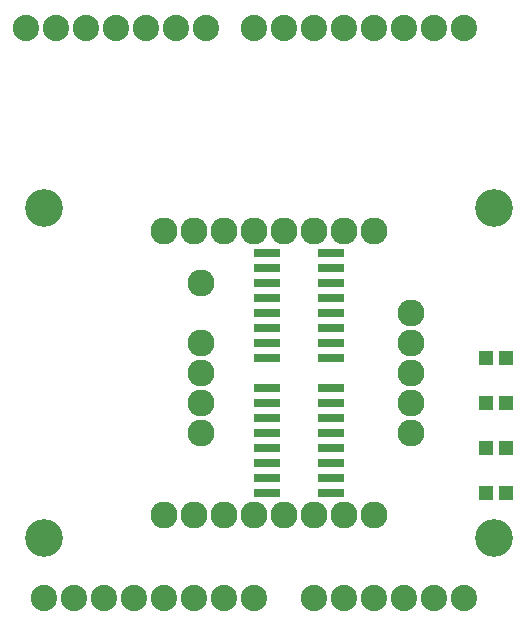
<source format=gts>
G04 DipTrace 2.3.1.0*
%INminishiftjig_TopMask.gts*%
%MOIN*%
%ADD21C,0.126*%
%ADD27R,0.0512X0.0472*%
%ADD29C,0.0899*%
%ADD31R,0.0866X0.0315*%
%ADD33C,0.0879*%
%FSLAX44Y44*%
G04*
G70*
G90*
G75*
G01*
%LNTopMask*%
%LPD*%
D33*
X5187Y4937D3*
X6187D3*
X7187D3*
X8187D3*
X9187D3*
X10187D3*
X11187D3*
X12187D3*
X14187D3*
X15187D3*
X16187D3*
X17187D3*
X18187D3*
X19187D3*
Y23937D3*
X18187D3*
X17187D3*
X16187D3*
X15187D3*
X14187D3*
X13187D3*
X12187D3*
X10587D3*
X9587D3*
X8587D3*
X7587D3*
X6587D3*
X5587D3*
X4587D3*
D31*
X14750Y8437D3*
Y8937D3*
Y9437D3*
Y9937D3*
Y10437D3*
Y10937D3*
Y11437D3*
Y11937D3*
X12624D3*
Y11437D3*
Y10937D3*
Y10437D3*
Y9937D3*
Y9437D3*
Y8937D3*
Y8437D3*
Y16437D3*
Y15937D3*
Y15437D3*
Y14937D3*
Y14437D3*
Y13937D3*
Y13437D3*
Y12937D3*
X14750D3*
Y13437D3*
Y13937D3*
Y14437D3*
Y14937D3*
Y15437D3*
Y15937D3*
Y16437D3*
D29*
X9187Y7713D3*
X10187D3*
X11187D3*
X12187D3*
X13187D3*
X14187D3*
X15187D3*
X16187D3*
Y17161D3*
X15187D3*
X14187D3*
X13187D3*
X12187D3*
X11187D3*
X10187D3*
X9187D3*
X10437Y15437D3*
X17437Y10437D3*
X10437D3*
Y12437D3*
Y13437D3*
X17437Y12437D3*
D27*
X19937Y9937D3*
X20606D3*
X19937Y11437D3*
X20606D3*
X19937Y8437D3*
X20606D3*
X19937Y12937D3*
X20606D3*
D29*
X17437Y14437D3*
Y13437D3*
Y11437D3*
X10437D3*
D21*
X20187Y17937D3*
Y6937D3*
X5187Y17937D3*
Y6937D3*
M02*

</source>
